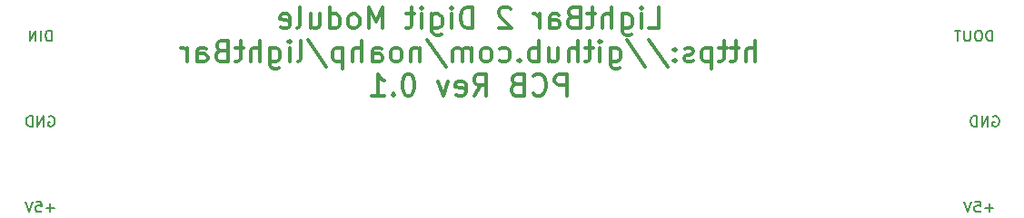
<source format=gbr>
G04 #@! TF.FileFunction,Legend,Bot*
%FSLAX46Y46*%
G04 Gerber Fmt 4.6, Leading zero omitted, Abs format (unit mm)*
G04 Created by KiCad (PCBNEW (after 2015-may-25 BZR unknown)-product) date 6/18/2015 8:08:22 AM*
%MOMM*%
G01*
G04 APERTURE LIST*
%ADD10C,0.100000*%
%ADD11C,0.350000*%
%ADD12C,0.150000*%
G04 APERTURE END LIST*
D10*
D11*
X128666668Y-59254762D02*
X129619049Y-59254762D01*
X129619049Y-57254762D01*
X128000001Y-59254762D02*
X128000001Y-57921429D01*
X128000001Y-57254762D02*
X128095239Y-57350000D01*
X128000001Y-57445238D01*
X127904762Y-57350000D01*
X128000001Y-57254762D01*
X128000001Y-57445238D01*
X126190477Y-57921429D02*
X126190477Y-59540476D01*
X126285715Y-59730952D01*
X126380953Y-59826190D01*
X126571429Y-59921429D01*
X126857143Y-59921429D01*
X127047620Y-59826190D01*
X126190477Y-59159524D02*
X126380953Y-59254762D01*
X126761905Y-59254762D01*
X126952381Y-59159524D01*
X127047620Y-59064286D01*
X127142858Y-58873810D01*
X127142858Y-58302381D01*
X127047620Y-58111905D01*
X126952381Y-58016667D01*
X126761905Y-57921429D01*
X126380953Y-57921429D01*
X126190477Y-58016667D01*
X125238096Y-59254762D02*
X125238096Y-57254762D01*
X124380953Y-59254762D02*
X124380953Y-58207143D01*
X124476191Y-58016667D01*
X124666667Y-57921429D01*
X124952381Y-57921429D01*
X125142857Y-58016667D01*
X125238096Y-58111905D01*
X123714286Y-57921429D02*
X122952381Y-57921429D01*
X123428572Y-57254762D02*
X123428572Y-58969048D01*
X123333333Y-59159524D01*
X123142857Y-59254762D01*
X122952381Y-59254762D01*
X121619048Y-58207143D02*
X121333334Y-58302381D01*
X121238095Y-58397619D01*
X121142857Y-58588095D01*
X121142857Y-58873810D01*
X121238095Y-59064286D01*
X121333334Y-59159524D01*
X121523810Y-59254762D01*
X122285715Y-59254762D01*
X122285715Y-57254762D01*
X121619048Y-57254762D01*
X121428572Y-57350000D01*
X121333334Y-57445238D01*
X121238095Y-57635714D01*
X121238095Y-57826190D01*
X121333334Y-58016667D01*
X121428572Y-58111905D01*
X121619048Y-58207143D01*
X122285715Y-58207143D01*
X119428572Y-59254762D02*
X119428572Y-58207143D01*
X119523810Y-58016667D01*
X119714286Y-57921429D01*
X120095238Y-57921429D01*
X120285715Y-58016667D01*
X119428572Y-59159524D02*
X119619048Y-59254762D01*
X120095238Y-59254762D01*
X120285715Y-59159524D01*
X120380953Y-58969048D01*
X120380953Y-58778571D01*
X120285715Y-58588095D01*
X120095238Y-58492857D01*
X119619048Y-58492857D01*
X119428572Y-58397619D01*
X118476191Y-59254762D02*
X118476191Y-57921429D01*
X118476191Y-58302381D02*
X118380952Y-58111905D01*
X118285714Y-58016667D01*
X118095238Y-57921429D01*
X117904762Y-57921429D01*
X115809524Y-57445238D02*
X115714286Y-57350000D01*
X115523809Y-57254762D01*
X115047619Y-57254762D01*
X114857143Y-57350000D01*
X114761905Y-57445238D01*
X114666666Y-57635714D01*
X114666666Y-57826190D01*
X114761905Y-58111905D01*
X115904762Y-59254762D01*
X114666666Y-59254762D01*
X112285714Y-59254762D02*
X112285714Y-57254762D01*
X111809523Y-57254762D01*
X111523809Y-57350000D01*
X111333333Y-57540476D01*
X111238094Y-57730952D01*
X111142856Y-58111905D01*
X111142856Y-58397619D01*
X111238094Y-58778571D01*
X111333333Y-58969048D01*
X111523809Y-59159524D01*
X111809523Y-59254762D01*
X112285714Y-59254762D01*
X110285714Y-59254762D02*
X110285714Y-57921429D01*
X110285714Y-57254762D02*
X110380952Y-57350000D01*
X110285714Y-57445238D01*
X110190475Y-57350000D01*
X110285714Y-57254762D01*
X110285714Y-57445238D01*
X108476190Y-57921429D02*
X108476190Y-59540476D01*
X108571428Y-59730952D01*
X108666666Y-59826190D01*
X108857142Y-59921429D01*
X109142856Y-59921429D01*
X109333333Y-59826190D01*
X108476190Y-59159524D02*
X108666666Y-59254762D01*
X109047618Y-59254762D01*
X109238094Y-59159524D01*
X109333333Y-59064286D01*
X109428571Y-58873810D01*
X109428571Y-58302381D01*
X109333333Y-58111905D01*
X109238094Y-58016667D01*
X109047618Y-57921429D01*
X108666666Y-57921429D01*
X108476190Y-58016667D01*
X107523809Y-59254762D02*
X107523809Y-57921429D01*
X107523809Y-57254762D02*
X107619047Y-57350000D01*
X107523809Y-57445238D01*
X107428570Y-57350000D01*
X107523809Y-57254762D01*
X107523809Y-57445238D01*
X106857142Y-57921429D02*
X106095237Y-57921429D01*
X106571428Y-57254762D02*
X106571428Y-58969048D01*
X106476189Y-59159524D01*
X106285713Y-59254762D01*
X106095237Y-59254762D01*
X103904761Y-59254762D02*
X103904761Y-57254762D01*
X103238094Y-58683333D01*
X102571427Y-57254762D01*
X102571427Y-59254762D01*
X101333332Y-59254762D02*
X101523808Y-59159524D01*
X101619047Y-59064286D01*
X101714285Y-58873810D01*
X101714285Y-58302381D01*
X101619047Y-58111905D01*
X101523808Y-58016667D01*
X101333332Y-57921429D01*
X101047618Y-57921429D01*
X100857142Y-58016667D01*
X100761904Y-58111905D01*
X100666666Y-58302381D01*
X100666666Y-58873810D01*
X100761904Y-59064286D01*
X100857142Y-59159524D01*
X101047618Y-59254762D01*
X101333332Y-59254762D01*
X98952380Y-59254762D02*
X98952380Y-57254762D01*
X98952380Y-59159524D02*
X99142856Y-59254762D01*
X99523808Y-59254762D01*
X99714284Y-59159524D01*
X99809523Y-59064286D01*
X99904761Y-58873810D01*
X99904761Y-58302381D01*
X99809523Y-58111905D01*
X99714284Y-58016667D01*
X99523808Y-57921429D01*
X99142856Y-57921429D01*
X98952380Y-58016667D01*
X97142856Y-57921429D02*
X97142856Y-59254762D01*
X97999999Y-57921429D02*
X97999999Y-58969048D01*
X97904760Y-59159524D01*
X97714284Y-59254762D01*
X97428570Y-59254762D01*
X97238094Y-59159524D01*
X97142856Y-59064286D01*
X95904760Y-59254762D02*
X96095236Y-59159524D01*
X96190475Y-58969048D01*
X96190475Y-57254762D01*
X94380951Y-59159524D02*
X94571427Y-59254762D01*
X94952379Y-59254762D01*
X95142856Y-59159524D01*
X95238094Y-58969048D01*
X95238094Y-58207143D01*
X95142856Y-58016667D01*
X94952379Y-57921429D01*
X94571427Y-57921429D01*
X94380951Y-58016667D01*
X94285713Y-58207143D01*
X94285713Y-58397619D01*
X95238094Y-58588095D01*
X138619049Y-62404762D02*
X138619049Y-60404762D01*
X137761906Y-62404762D02*
X137761906Y-61357143D01*
X137857144Y-61166667D01*
X138047620Y-61071429D01*
X138333334Y-61071429D01*
X138523810Y-61166667D01*
X138619049Y-61261905D01*
X137095239Y-61071429D02*
X136333334Y-61071429D01*
X136809525Y-60404762D02*
X136809525Y-62119048D01*
X136714286Y-62309524D01*
X136523810Y-62404762D01*
X136333334Y-62404762D01*
X135952382Y-61071429D02*
X135190477Y-61071429D01*
X135666668Y-60404762D02*
X135666668Y-62119048D01*
X135571429Y-62309524D01*
X135380953Y-62404762D01*
X135190477Y-62404762D01*
X134523811Y-61071429D02*
X134523811Y-63071429D01*
X134523811Y-61166667D02*
X134333334Y-61071429D01*
X133952382Y-61071429D01*
X133761906Y-61166667D01*
X133666668Y-61261905D01*
X133571430Y-61452381D01*
X133571430Y-62023810D01*
X133666668Y-62214286D01*
X133761906Y-62309524D01*
X133952382Y-62404762D01*
X134333334Y-62404762D01*
X134523811Y-62309524D01*
X132809525Y-62309524D02*
X132619048Y-62404762D01*
X132238096Y-62404762D01*
X132047620Y-62309524D01*
X131952382Y-62119048D01*
X131952382Y-62023810D01*
X132047620Y-61833333D01*
X132238096Y-61738095D01*
X132523810Y-61738095D01*
X132714287Y-61642857D01*
X132809525Y-61452381D01*
X132809525Y-61357143D01*
X132714287Y-61166667D01*
X132523810Y-61071429D01*
X132238096Y-61071429D01*
X132047620Y-61166667D01*
X131095239Y-62214286D02*
X131000000Y-62309524D01*
X131095239Y-62404762D01*
X131190477Y-62309524D01*
X131095239Y-62214286D01*
X131095239Y-62404762D01*
X131095239Y-61166667D02*
X131000000Y-61261905D01*
X131095239Y-61357143D01*
X131190477Y-61261905D01*
X131095239Y-61166667D01*
X131095239Y-61357143D01*
X128714286Y-60309524D02*
X130428572Y-62880952D01*
X126619048Y-60309524D02*
X128333334Y-62880952D01*
X125095239Y-61071429D02*
X125095239Y-62690476D01*
X125190477Y-62880952D01*
X125285715Y-62976190D01*
X125476191Y-63071429D01*
X125761905Y-63071429D01*
X125952382Y-62976190D01*
X125095239Y-62309524D02*
X125285715Y-62404762D01*
X125666667Y-62404762D01*
X125857143Y-62309524D01*
X125952382Y-62214286D01*
X126047620Y-62023810D01*
X126047620Y-61452381D01*
X125952382Y-61261905D01*
X125857143Y-61166667D01*
X125666667Y-61071429D01*
X125285715Y-61071429D01*
X125095239Y-61166667D01*
X124142858Y-62404762D02*
X124142858Y-61071429D01*
X124142858Y-60404762D02*
X124238096Y-60500000D01*
X124142858Y-60595238D01*
X124047619Y-60500000D01*
X124142858Y-60404762D01*
X124142858Y-60595238D01*
X123476191Y-61071429D02*
X122714286Y-61071429D01*
X123190477Y-60404762D02*
X123190477Y-62119048D01*
X123095238Y-62309524D01*
X122904762Y-62404762D01*
X122714286Y-62404762D01*
X122047620Y-62404762D02*
X122047620Y-60404762D01*
X121190477Y-62404762D02*
X121190477Y-61357143D01*
X121285715Y-61166667D01*
X121476191Y-61071429D01*
X121761905Y-61071429D01*
X121952381Y-61166667D01*
X122047620Y-61261905D01*
X119380953Y-61071429D02*
X119380953Y-62404762D01*
X120238096Y-61071429D02*
X120238096Y-62119048D01*
X120142857Y-62309524D01*
X119952381Y-62404762D01*
X119666667Y-62404762D01*
X119476191Y-62309524D01*
X119380953Y-62214286D01*
X118428572Y-62404762D02*
X118428572Y-60404762D01*
X118428572Y-61166667D02*
X118238095Y-61071429D01*
X117857143Y-61071429D01*
X117666667Y-61166667D01*
X117571429Y-61261905D01*
X117476191Y-61452381D01*
X117476191Y-62023810D01*
X117571429Y-62214286D01*
X117666667Y-62309524D01*
X117857143Y-62404762D01*
X118238095Y-62404762D01*
X118428572Y-62309524D01*
X116619048Y-62214286D02*
X116523809Y-62309524D01*
X116619048Y-62404762D01*
X116714286Y-62309524D01*
X116619048Y-62214286D01*
X116619048Y-62404762D01*
X114809524Y-62309524D02*
X115000000Y-62404762D01*
X115380952Y-62404762D01*
X115571428Y-62309524D01*
X115666667Y-62214286D01*
X115761905Y-62023810D01*
X115761905Y-61452381D01*
X115666667Y-61261905D01*
X115571428Y-61166667D01*
X115380952Y-61071429D01*
X115000000Y-61071429D01*
X114809524Y-61166667D01*
X113666666Y-62404762D02*
X113857142Y-62309524D01*
X113952381Y-62214286D01*
X114047619Y-62023810D01*
X114047619Y-61452381D01*
X113952381Y-61261905D01*
X113857142Y-61166667D01*
X113666666Y-61071429D01*
X113380952Y-61071429D01*
X113190476Y-61166667D01*
X113095238Y-61261905D01*
X113000000Y-61452381D01*
X113000000Y-62023810D01*
X113095238Y-62214286D01*
X113190476Y-62309524D01*
X113380952Y-62404762D01*
X113666666Y-62404762D01*
X112142857Y-62404762D02*
X112142857Y-61071429D01*
X112142857Y-61261905D02*
X112047618Y-61166667D01*
X111857142Y-61071429D01*
X111571428Y-61071429D01*
X111380952Y-61166667D01*
X111285714Y-61357143D01*
X111285714Y-62404762D01*
X111285714Y-61357143D02*
X111190476Y-61166667D01*
X110999999Y-61071429D01*
X110714285Y-61071429D01*
X110523809Y-61166667D01*
X110428571Y-61357143D01*
X110428571Y-62404762D01*
X108047618Y-60309524D02*
X109761904Y-62880952D01*
X107380952Y-61071429D02*
X107380952Y-62404762D01*
X107380952Y-61261905D02*
X107285713Y-61166667D01*
X107095237Y-61071429D01*
X106809523Y-61071429D01*
X106619047Y-61166667D01*
X106523809Y-61357143D01*
X106523809Y-62404762D01*
X105285713Y-62404762D02*
X105476189Y-62309524D01*
X105571428Y-62214286D01*
X105666666Y-62023810D01*
X105666666Y-61452381D01*
X105571428Y-61261905D01*
X105476189Y-61166667D01*
X105285713Y-61071429D01*
X104999999Y-61071429D01*
X104809523Y-61166667D01*
X104714285Y-61261905D01*
X104619047Y-61452381D01*
X104619047Y-62023810D01*
X104714285Y-62214286D01*
X104809523Y-62309524D01*
X104999999Y-62404762D01*
X105285713Y-62404762D01*
X102904761Y-62404762D02*
X102904761Y-61357143D01*
X102999999Y-61166667D01*
X103190475Y-61071429D01*
X103571427Y-61071429D01*
X103761904Y-61166667D01*
X102904761Y-62309524D02*
X103095237Y-62404762D01*
X103571427Y-62404762D01*
X103761904Y-62309524D01*
X103857142Y-62119048D01*
X103857142Y-61928571D01*
X103761904Y-61738095D01*
X103571427Y-61642857D01*
X103095237Y-61642857D01*
X102904761Y-61547619D01*
X101952380Y-62404762D02*
X101952380Y-60404762D01*
X101095237Y-62404762D02*
X101095237Y-61357143D01*
X101190475Y-61166667D01*
X101380951Y-61071429D01*
X101666665Y-61071429D01*
X101857141Y-61166667D01*
X101952380Y-61261905D01*
X100142856Y-61071429D02*
X100142856Y-63071429D01*
X100142856Y-61166667D02*
X99952379Y-61071429D01*
X99571427Y-61071429D01*
X99380951Y-61166667D01*
X99285713Y-61261905D01*
X99190475Y-61452381D01*
X99190475Y-62023810D01*
X99285713Y-62214286D01*
X99380951Y-62309524D01*
X99571427Y-62404762D01*
X99952379Y-62404762D01*
X100142856Y-62309524D01*
X96904760Y-60309524D02*
X98619046Y-62880952D01*
X95952379Y-62404762D02*
X96142855Y-62309524D01*
X96238094Y-62119048D01*
X96238094Y-60404762D01*
X95190475Y-62404762D02*
X95190475Y-61071429D01*
X95190475Y-60404762D02*
X95285713Y-60500000D01*
X95190475Y-60595238D01*
X95095236Y-60500000D01*
X95190475Y-60404762D01*
X95190475Y-60595238D01*
X93380951Y-61071429D02*
X93380951Y-62690476D01*
X93476189Y-62880952D01*
X93571427Y-62976190D01*
X93761903Y-63071429D01*
X94047617Y-63071429D01*
X94238094Y-62976190D01*
X93380951Y-62309524D02*
X93571427Y-62404762D01*
X93952379Y-62404762D01*
X94142855Y-62309524D01*
X94238094Y-62214286D01*
X94333332Y-62023810D01*
X94333332Y-61452381D01*
X94238094Y-61261905D01*
X94142855Y-61166667D01*
X93952379Y-61071429D01*
X93571427Y-61071429D01*
X93380951Y-61166667D01*
X92428570Y-62404762D02*
X92428570Y-60404762D01*
X91571427Y-62404762D02*
X91571427Y-61357143D01*
X91666665Y-61166667D01*
X91857141Y-61071429D01*
X92142855Y-61071429D01*
X92333331Y-61166667D01*
X92428570Y-61261905D01*
X90904760Y-61071429D02*
X90142855Y-61071429D01*
X90619046Y-60404762D02*
X90619046Y-62119048D01*
X90523807Y-62309524D01*
X90333331Y-62404762D01*
X90142855Y-62404762D01*
X88809522Y-61357143D02*
X88523808Y-61452381D01*
X88428569Y-61547619D01*
X88333331Y-61738095D01*
X88333331Y-62023810D01*
X88428569Y-62214286D01*
X88523808Y-62309524D01*
X88714284Y-62404762D01*
X89476189Y-62404762D01*
X89476189Y-60404762D01*
X88809522Y-60404762D01*
X88619046Y-60500000D01*
X88523808Y-60595238D01*
X88428569Y-60785714D01*
X88428569Y-60976190D01*
X88523808Y-61166667D01*
X88619046Y-61261905D01*
X88809522Y-61357143D01*
X89476189Y-61357143D01*
X86619046Y-62404762D02*
X86619046Y-61357143D01*
X86714284Y-61166667D01*
X86904760Y-61071429D01*
X87285712Y-61071429D01*
X87476189Y-61166667D01*
X86619046Y-62309524D02*
X86809522Y-62404762D01*
X87285712Y-62404762D01*
X87476189Y-62309524D01*
X87571427Y-62119048D01*
X87571427Y-61928571D01*
X87476189Y-61738095D01*
X87285712Y-61642857D01*
X86809522Y-61642857D01*
X86619046Y-61547619D01*
X85666665Y-62404762D02*
X85666665Y-61071429D01*
X85666665Y-61452381D02*
X85571426Y-61261905D01*
X85476188Y-61166667D01*
X85285712Y-61071429D01*
X85095236Y-61071429D01*
X121047620Y-65554762D02*
X121047620Y-63554762D01*
X120285715Y-63554762D01*
X120095239Y-63650000D01*
X120000000Y-63745238D01*
X119904762Y-63935714D01*
X119904762Y-64221429D01*
X120000000Y-64411905D01*
X120095239Y-64507143D01*
X120285715Y-64602381D01*
X121047620Y-64602381D01*
X117904762Y-65364286D02*
X118000000Y-65459524D01*
X118285715Y-65554762D01*
X118476191Y-65554762D01*
X118761905Y-65459524D01*
X118952381Y-65269048D01*
X119047620Y-65078571D01*
X119142858Y-64697619D01*
X119142858Y-64411905D01*
X119047620Y-64030952D01*
X118952381Y-63840476D01*
X118761905Y-63650000D01*
X118476191Y-63554762D01*
X118285715Y-63554762D01*
X118000000Y-63650000D01*
X117904762Y-63745238D01*
X116380953Y-64507143D02*
X116095239Y-64602381D01*
X116000000Y-64697619D01*
X115904762Y-64888095D01*
X115904762Y-65173810D01*
X116000000Y-65364286D01*
X116095239Y-65459524D01*
X116285715Y-65554762D01*
X117047620Y-65554762D01*
X117047620Y-63554762D01*
X116380953Y-63554762D01*
X116190477Y-63650000D01*
X116095239Y-63745238D01*
X116000000Y-63935714D01*
X116000000Y-64126190D01*
X116095239Y-64316667D01*
X116190477Y-64411905D01*
X116380953Y-64507143D01*
X117047620Y-64507143D01*
X112380952Y-65554762D02*
X113047619Y-64602381D01*
X113523810Y-65554762D02*
X113523810Y-63554762D01*
X112761905Y-63554762D01*
X112571429Y-63650000D01*
X112476190Y-63745238D01*
X112380952Y-63935714D01*
X112380952Y-64221429D01*
X112476190Y-64411905D01*
X112571429Y-64507143D01*
X112761905Y-64602381D01*
X113523810Y-64602381D01*
X110761905Y-65459524D02*
X110952381Y-65554762D01*
X111333333Y-65554762D01*
X111523810Y-65459524D01*
X111619048Y-65269048D01*
X111619048Y-64507143D01*
X111523810Y-64316667D01*
X111333333Y-64221429D01*
X110952381Y-64221429D01*
X110761905Y-64316667D01*
X110666667Y-64507143D01*
X110666667Y-64697619D01*
X111619048Y-64888095D01*
X110000000Y-64221429D02*
X109523809Y-65554762D01*
X109047619Y-64221429D01*
X106380951Y-63554762D02*
X106190475Y-63554762D01*
X105999999Y-63650000D01*
X105904761Y-63745238D01*
X105809523Y-63935714D01*
X105714284Y-64316667D01*
X105714284Y-64792857D01*
X105809523Y-65173810D01*
X105904761Y-65364286D01*
X105999999Y-65459524D01*
X106190475Y-65554762D01*
X106380951Y-65554762D01*
X106571427Y-65459524D01*
X106666665Y-65364286D01*
X106761904Y-65173810D01*
X106857142Y-64792857D01*
X106857142Y-64316667D01*
X106761904Y-63935714D01*
X106666665Y-63745238D01*
X106571427Y-63650000D01*
X106380951Y-63554762D01*
X104857142Y-65364286D02*
X104761903Y-65459524D01*
X104857142Y-65554762D01*
X104952380Y-65459524D01*
X104857142Y-65364286D01*
X104857142Y-65554762D01*
X102857141Y-65554762D02*
X103999999Y-65554762D01*
X103428570Y-65554762D02*
X103428570Y-63554762D01*
X103619046Y-63840476D01*
X103809522Y-64030952D01*
X103999999Y-64126190D01*
D12*
X73285714Y-76071429D02*
X72523809Y-76071429D01*
X72904761Y-76452381D02*
X72904761Y-75690476D01*
X71571428Y-75452381D02*
X72047619Y-75452381D01*
X72095238Y-75928571D01*
X72047619Y-75880952D01*
X71952381Y-75833333D01*
X71714285Y-75833333D01*
X71619047Y-75880952D01*
X71571428Y-75928571D01*
X71523809Y-76023810D01*
X71523809Y-76261905D01*
X71571428Y-76357143D01*
X71619047Y-76404762D01*
X71714285Y-76452381D01*
X71952381Y-76452381D01*
X72047619Y-76404762D01*
X72095238Y-76357143D01*
X71238095Y-75452381D02*
X70904762Y-76452381D01*
X70571428Y-75452381D01*
X72761904Y-67500000D02*
X72857142Y-67452381D01*
X72999999Y-67452381D01*
X73142857Y-67500000D01*
X73238095Y-67595238D01*
X73285714Y-67690476D01*
X73333333Y-67880952D01*
X73333333Y-68023810D01*
X73285714Y-68214286D01*
X73238095Y-68309524D01*
X73142857Y-68404762D01*
X72999999Y-68452381D01*
X72904761Y-68452381D01*
X72761904Y-68404762D01*
X72714285Y-68357143D01*
X72714285Y-68023810D01*
X72904761Y-68023810D01*
X72285714Y-68452381D02*
X72285714Y-67452381D01*
X71714285Y-68452381D01*
X71714285Y-67452381D01*
X71238095Y-68452381D02*
X71238095Y-67452381D01*
X71000000Y-67452381D01*
X70857142Y-67500000D01*
X70761904Y-67595238D01*
X70714285Y-67690476D01*
X70666666Y-67880952D01*
X70666666Y-68023810D01*
X70714285Y-68214286D01*
X70761904Y-68309524D01*
X70857142Y-68404762D01*
X71000000Y-68452381D01*
X71238095Y-68452381D01*
X73023809Y-60452381D02*
X73023809Y-59452381D01*
X72785714Y-59452381D01*
X72642856Y-59500000D01*
X72547618Y-59595238D01*
X72499999Y-59690476D01*
X72452380Y-59880952D01*
X72452380Y-60023810D01*
X72499999Y-60214286D01*
X72547618Y-60309524D01*
X72642856Y-60404762D01*
X72785714Y-60452381D01*
X73023809Y-60452381D01*
X72023809Y-60452381D02*
X72023809Y-59452381D01*
X71547619Y-60452381D02*
X71547619Y-59452381D01*
X70976190Y-60452381D01*
X70976190Y-59452381D01*
X160785714Y-76071429D02*
X160023809Y-76071429D01*
X160404761Y-76452381D02*
X160404761Y-75690476D01*
X159071428Y-75452381D02*
X159547619Y-75452381D01*
X159595238Y-75928571D01*
X159547619Y-75880952D01*
X159452381Y-75833333D01*
X159214285Y-75833333D01*
X159119047Y-75880952D01*
X159071428Y-75928571D01*
X159023809Y-76023810D01*
X159023809Y-76261905D01*
X159071428Y-76357143D01*
X159119047Y-76404762D01*
X159214285Y-76452381D01*
X159452381Y-76452381D01*
X159547619Y-76404762D01*
X159595238Y-76357143D01*
X158738095Y-75452381D02*
X158404762Y-76452381D01*
X158071428Y-75452381D01*
X160761904Y-67500000D02*
X160857142Y-67452381D01*
X160999999Y-67452381D01*
X161142857Y-67500000D01*
X161238095Y-67595238D01*
X161285714Y-67690476D01*
X161333333Y-67880952D01*
X161333333Y-68023810D01*
X161285714Y-68214286D01*
X161238095Y-68309524D01*
X161142857Y-68404762D01*
X160999999Y-68452381D01*
X160904761Y-68452381D01*
X160761904Y-68404762D01*
X160714285Y-68357143D01*
X160714285Y-68023810D01*
X160904761Y-68023810D01*
X160285714Y-68452381D02*
X160285714Y-67452381D01*
X159714285Y-68452381D01*
X159714285Y-67452381D01*
X159238095Y-68452381D02*
X159238095Y-67452381D01*
X159000000Y-67452381D01*
X158857142Y-67500000D01*
X158761904Y-67595238D01*
X158714285Y-67690476D01*
X158666666Y-67880952D01*
X158666666Y-68023810D01*
X158714285Y-68214286D01*
X158761904Y-68309524D01*
X158857142Y-68404762D01*
X159000000Y-68452381D01*
X159238095Y-68452381D01*
X160690476Y-60452381D02*
X160690476Y-59452381D01*
X160452381Y-59452381D01*
X160309523Y-59500000D01*
X160214285Y-59595238D01*
X160166666Y-59690476D01*
X160119047Y-59880952D01*
X160119047Y-60023810D01*
X160166666Y-60214286D01*
X160214285Y-60309524D01*
X160309523Y-60404762D01*
X160452381Y-60452381D01*
X160690476Y-60452381D01*
X159500000Y-59452381D02*
X159309523Y-59452381D01*
X159214285Y-59500000D01*
X159119047Y-59595238D01*
X159071428Y-59785714D01*
X159071428Y-60119048D01*
X159119047Y-60309524D01*
X159214285Y-60404762D01*
X159309523Y-60452381D01*
X159500000Y-60452381D01*
X159595238Y-60404762D01*
X159690476Y-60309524D01*
X159738095Y-60119048D01*
X159738095Y-59785714D01*
X159690476Y-59595238D01*
X159595238Y-59500000D01*
X159500000Y-59452381D01*
X158642857Y-59452381D02*
X158642857Y-60261905D01*
X158595238Y-60357143D01*
X158547619Y-60404762D01*
X158452381Y-60452381D01*
X158261904Y-60452381D01*
X158166666Y-60404762D01*
X158119047Y-60357143D01*
X158071428Y-60261905D01*
X158071428Y-59452381D01*
X157738095Y-59452381D02*
X157166666Y-59452381D01*
X157452381Y-60452381D02*
X157452381Y-59452381D01*
M02*

</source>
